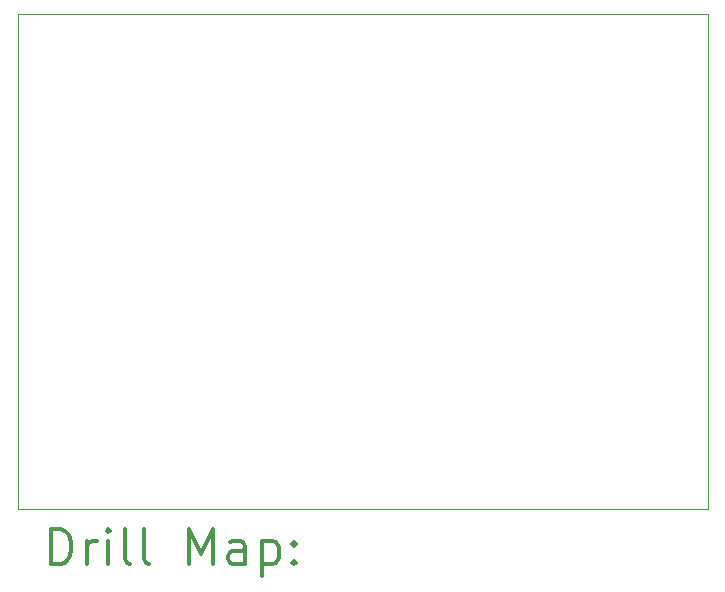
<source format=gbr>
%FSLAX45Y45*%
G04 Gerber Fmt 4.5, Leading zero omitted, Abs format (unit mm)*
G04 Created by KiCad (PCBNEW 5.1.9+dfsg1-1) date 2021-05-06 21:18:17*
%MOMM*%
%LPD*%
G01*
G04 APERTURE LIST*
%TA.AperFunction,Profile*%
%ADD10C,0.050000*%
%TD*%
%ADD11C,0.200000*%
%ADD12C,0.300000*%
G04 APERTURE END LIST*
D10*
X10795000Y-14859000D02*
X10795000Y-10668000D01*
X16637000Y-14859000D02*
X10795000Y-14859000D01*
X16637000Y-10668000D02*
X16637000Y-14859000D01*
X10795000Y-10668000D02*
X16637000Y-10668000D01*
D11*
D12*
X11078928Y-15327214D02*
X11078928Y-15027214D01*
X11150357Y-15027214D01*
X11193214Y-15041500D01*
X11221786Y-15070071D01*
X11236071Y-15098643D01*
X11250357Y-15155786D01*
X11250357Y-15198643D01*
X11236071Y-15255786D01*
X11221786Y-15284357D01*
X11193214Y-15312929D01*
X11150357Y-15327214D01*
X11078928Y-15327214D01*
X11378928Y-15327214D02*
X11378928Y-15127214D01*
X11378928Y-15184357D02*
X11393214Y-15155786D01*
X11407500Y-15141500D01*
X11436071Y-15127214D01*
X11464643Y-15127214D01*
X11564643Y-15327214D02*
X11564643Y-15127214D01*
X11564643Y-15027214D02*
X11550357Y-15041500D01*
X11564643Y-15055786D01*
X11578928Y-15041500D01*
X11564643Y-15027214D01*
X11564643Y-15055786D01*
X11750357Y-15327214D02*
X11721786Y-15312929D01*
X11707500Y-15284357D01*
X11707500Y-15027214D01*
X11907500Y-15327214D02*
X11878928Y-15312929D01*
X11864643Y-15284357D01*
X11864643Y-15027214D01*
X12250357Y-15327214D02*
X12250357Y-15027214D01*
X12350357Y-15241500D01*
X12450357Y-15027214D01*
X12450357Y-15327214D01*
X12721786Y-15327214D02*
X12721786Y-15170071D01*
X12707500Y-15141500D01*
X12678928Y-15127214D01*
X12621786Y-15127214D01*
X12593214Y-15141500D01*
X12721786Y-15312929D02*
X12693214Y-15327214D01*
X12621786Y-15327214D01*
X12593214Y-15312929D01*
X12578928Y-15284357D01*
X12578928Y-15255786D01*
X12593214Y-15227214D01*
X12621786Y-15212929D01*
X12693214Y-15212929D01*
X12721786Y-15198643D01*
X12864643Y-15127214D02*
X12864643Y-15427214D01*
X12864643Y-15141500D02*
X12893214Y-15127214D01*
X12950357Y-15127214D01*
X12978928Y-15141500D01*
X12993214Y-15155786D01*
X13007500Y-15184357D01*
X13007500Y-15270071D01*
X12993214Y-15298643D01*
X12978928Y-15312929D01*
X12950357Y-15327214D01*
X12893214Y-15327214D01*
X12864643Y-15312929D01*
X13136071Y-15298643D02*
X13150357Y-15312929D01*
X13136071Y-15327214D01*
X13121786Y-15312929D01*
X13136071Y-15298643D01*
X13136071Y-15327214D01*
X13136071Y-15141500D02*
X13150357Y-15155786D01*
X13136071Y-15170071D01*
X13121786Y-15155786D01*
X13136071Y-15141500D01*
X13136071Y-15170071D01*
M02*

</source>
